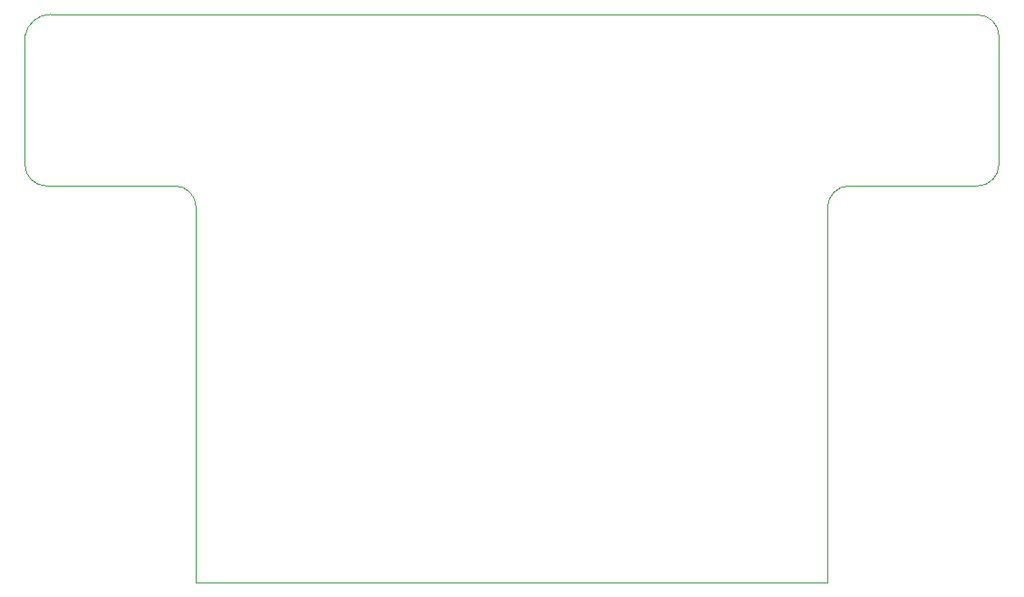
<source format=gbr>
%TF.GenerationSoftware,KiCad,Pcbnew,8.0.6*%
%TF.CreationDate,2024-12-25T08:51:45-08:00*%
%TF.ProjectId,hardware,68617264-7761-4726-952e-6b696361645f,rev?*%
%TF.SameCoordinates,Original*%
%TF.FileFunction,Profile,NP*%
%FSLAX46Y46*%
G04 Gerber Fmt 4.6, Leading zero omitted, Abs format (unit mm)*
G04 Created by KiCad (PCBNEW 8.0.6) date 2024-12-25 08:51:45*
%MOMM*%
%LPD*%
G01*
G04 APERTURE LIST*
%TA.AperFunction,Profile*%
%ADD10C,0.100000*%
%TD*%
G04 APERTURE END LIST*
D10*
X79000000Y-98000000D02*
X79000000Y-86000000D01*
X170000000Y-98000000D02*
X170000000Y-86000000D01*
X79000000Y-86000000D02*
G75*
G02*
X81414214Y-83964726I2414200J-414200D01*
G01*
X81000000Y-100000000D02*
G75*
G02*
X79000000Y-98000000I0J2000000D01*
G01*
X170000000Y-98000000D02*
G75*
G02*
X168000000Y-100000000I-2000000J0D01*
G01*
X81000000Y-100000000D02*
X93000000Y-100000000D01*
X95000000Y-137040000D02*
X95000000Y-131900000D01*
X154000000Y-102000000D02*
G75*
G02*
X156000000Y-100000000I2000000J0D01*
G01*
X93000000Y-100000000D02*
G75*
G02*
X95000000Y-102000000I0J-2000000D01*
G01*
X154000000Y-137040000D02*
X95000000Y-137040000D01*
X95000000Y-102000000D02*
X95000000Y-123300000D01*
X156000000Y-100000000D02*
X168000000Y-100000000D01*
X154000000Y-137040000D02*
X154000000Y-102000000D01*
X168000000Y-84000000D02*
G75*
G02*
X170000000Y-86000000I0J-2000000D01*
G01*
X168000000Y-84000000D02*
X81414214Y-83964724D01*
%TO.C,J7*%
X95000000Y-123300000D02*
X95000000Y-131900000D01*
%TD*%
M02*

</source>
